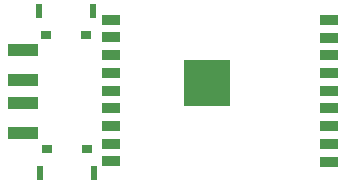
<source format=gbr>
G04 #@! TF.GenerationSoftware,KiCad,Pcbnew,(5.1.4)-1*
G04 #@! TF.CreationDate,2020-10-02T20:13:28+02:00*
G04 #@! TF.ProjectId,Long range deauther,4c6f6e67-2072-4616-9e67-652064656175,rev?*
G04 #@! TF.SameCoordinates,Original*
G04 #@! TF.FileFunction,Paste,Top*
G04 #@! TF.FilePolarity,Positive*
%FSLAX46Y46*%
G04 Gerber Fmt 4.6, Leading zero omitted, Abs format (unit mm)*
G04 Created by KiCad (PCBNEW (5.1.4)-1) date 2020-10-02 20:13:28*
%MOMM*%
%LPD*%
G04 APERTURE LIST*
%ADD10R,0.600000X1.200000*%
%ADD11R,0.900000X0.800000*%
%ADD12R,2.500000X1.100000*%
%ADD13R,1.500000X0.900000*%
%ADD14R,4.000000X4.000000*%
G04 APERTURE END LIST*
D10*
X132650000Y-76170000D03*
X137250000Y-76170000D03*
D11*
X136660000Y-78160000D03*
X133250000Y-78150000D03*
X136780000Y-87830000D03*
X133370000Y-87820000D03*
D10*
X132780000Y-89810000D03*
X137380000Y-89810000D03*
D12*
X131331240Y-83956400D03*
X131331240Y-81956400D03*
X131331240Y-86456400D03*
X131331240Y-79456400D03*
D13*
X157250000Y-88880000D03*
X157250000Y-87380000D03*
X157250000Y-85880000D03*
X157250000Y-84380000D03*
X157250000Y-82880000D03*
X157250000Y-81380000D03*
X157250000Y-79880000D03*
X157250000Y-78380000D03*
X157250000Y-76880000D03*
X138790000Y-76870000D03*
X138790000Y-79870000D03*
X138790000Y-82870000D03*
X138790000Y-78370000D03*
X138790000Y-85870000D03*
X138790000Y-81370000D03*
X138790000Y-87370000D03*
X138790000Y-84370000D03*
X138790000Y-88870000D03*
D14*
X146900000Y-82240000D03*
M02*

</source>
